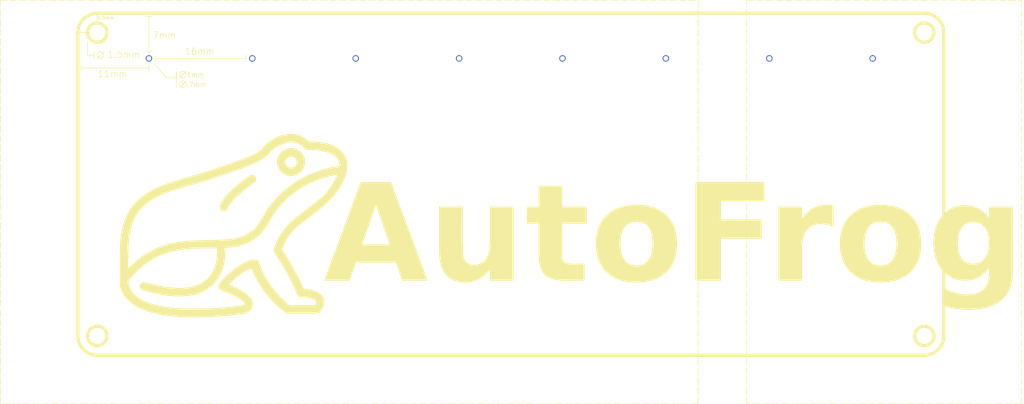
<source format=kicad_pcb>
(kicad_pcb (version 20240108) (generator "pcbnew") (generator_version "8.0")
  (layers (0 "F.Cu" signal) (31 "B.Cu" signal) (34 "B.Paste" user) (35 "F.Paste" user) (36 "B.SilkS" user "B.Silkscreen") (37 "F.SilkS" user "F.Silkscreen") (38 "B.Mask" user) (39 "F.Mask" user) (44 "Edge.Cuts" user))
  (net 0 "")
  (footprint "LOGO" (layer "F.Cu") (at 64.082521 57.907012)
    (property "Reference" "G***" (hide yes))
    (property "Value" "LOGO" (hide yes))
    (fp_poly (pts (xy 2.904065 -7.85964) (xy 2.932784 -7.85698) (xy 3.111761 -7.825968) (xy 3.241803 -7.758081) (xy 3.357092 -7.647772) (xy 3.46645 -7.509514) (xy 3.515688 -7.378279) (xy 3.526358 -7.218158) (xy 3.511394 -7.048589) (xy 3.473673 -6.907672) (xy 3.45345 -6.869155) (xy 3.388603 -6.804936) (xy 3.256054 -6.694119) (xy 3.071532 -6.549159) (xy 2.850765 -6.382509) (xy 2.690148 -6.264734) (xy 1.987579 -5.73911) (xy 1.351569 -5.22947) (xy 0.785954 -4.73963) (xy 0.29457 -4.273407) (xy -0.118748 -3.834618) (xy -0.450164 -3.427078) (xy -0.695842 -3.054604) (xy -0.840832 -2.75157) (xy -0.972742 -2.491483) (xy -1.144965 -2.320041) (xy -1.36882 -2.227876) (xy -1.496099 -2.209196) (xy -1.669034 -2.202605) (xy -1.786144 -2.226354) (xy -1.892089 -2.292056) (xy -1.928225 -2.32156) (xy -2.0809 -2.485472) (xy -2.15489 -2.665894) (xy -2.15479 -2.88443) (xy -2.098285 -3.121476) (xy -1.958338 -3.480914) (xy -1.753798 -3.855055) (xy -1.478474 -4.252891) (xy -1.126174 -4.683413) (xy -0.715493 -5.129898) (xy -0.12728 -5.705672) (xy 0.536909 -6.291719) (xy 1.254936 -6.869662) (xy 2.004662 -7.421128) (xy 2.246014 -7.587889) (xy 2.445002 -7.72097) (xy 2.585377 -7.80492) (xy 2.692062 -7.849504) (xy 2.789983 -7.864489)) (fill solid) (layer "F.SilkS"))
    (fp_poly (pts (xy 9.514234 -11.957913) (xy 9.92654 -11.787808) (xy 10.304769 -11.52922) (xy 10.393946 -11.449283) (xy 10.699446 -11.094137) (xy 10.918239 -10.695863) (xy 11.047808 -10.267801) (xy 11.085632 -9.823291) (xy 11.029193 -9.375671) (xy 10.875971 -8.938282) (xy 10.870375 -8.926545) (xy 10.626776 -8.530069) (xy 10.316104 -8.201489) (xy 9.951194 -7.946779) (xy 9.544882 -7.771912) (xy 9.110002 -7.682862) (xy 8.65939 -7.685603) (xy 8.33573 -7.746873) (xy 7.899539 -7.913427) (xy 7.515986 -8.166241) (xy 7.304931 -8.364224) (xy 7.029294 -8.725897) (xy 6.840188 -9.126451) (xy 6.737046 -9.551364) (xy 6.731304 -9.692051) (xy 8.040743 -9.692051) (xy 8.127468 -9.432856) (xy 8.24345 -9.266259) (xy 8.477461 -9.064817) (xy 8.736737 -8.962051) (xy 9.016871 -8.958918) (xy 9.280911 -9.041042) (xy 9.515863 -9.198508) (xy 9.672014 -9.420571) (xy 9.747694 -9.704758) (xy 9.750802 -9.736857) (xy 9.731574 -10.028289) (xy 9.633061 -10.275866) (xy 9.471312 -10.471585) (xy 9.262378 -10.607446) (xy 9.022308 -10.675448) (xy 8.767153 -10.667589) (xy 8.512963 -10.575869) (xy 8.330184 -10.445049) (xy 8.143423 -10.216118) (xy 8.046502 -9.959128) (xy 8.040743 -9.692051) (xy 6.731304 -9.692051) (xy 6.719303 -9.986113) (xy 6.786393 -10.416175) (xy 6.93775 -10.827026) (xy 7.172808 -11.204145) (xy 7.426194 -11.476738) (xy 7.801179 -11.750961) (xy 8.211323 -11.936062) (xy 8.642779 -12.032168) (xy 9.081698 -12.03941)) (fill solid) (layer "F.SilkS"))
    (fp_poly (pts (xy 9.617195 -14.173229) (xy 10.199376 -14.022995) (xy 10.466265 -13.917776) (xy 10.936935 -13.659494) (xy 11.388048 -13.312704) (xy 11.440059 -13.265641) (xy 11.662211 -13.061159) (xy 12.438376 -13.02461) (xy 13.314306 -12.952412) (xy 14.115959 -12.822258) (xy 14.840902 -12.63494) (xy 15.486702 -12.391248) (xy 16.050929 -12.091972) (xy 16.531148 -11.737904) (xy 16.607283 -11.669521) (xy 16.99743 -11.255428) (xy 17.290318 -10.821722) (xy 17.49045 -10.35837) (xy 17.602331 -9.855339) (xy 17.631405 -9.388207) (xy 17.618518 -8.953627) (xy 17.576526 -8.556161) (xy 17.499405 -8.172837) (xy 17.381134 -7.780685) (xy 17.21569 -7.356732) (xy 16.997051 -6.878009) (xy 16.945411 -6.77163) (xy 16.67161 -6.243515) (xy 16.377823 -5.741789) (xy 16.05714 -5.259216) (xy 15.702651 -4.788562) (xy 15.307445 -4.322594) (xy 14.864612 -3.854078) (xy 14.367243 -3.375778) (xy 13.808426 -2.880463) (xy 13.181253 -2.360896) (xy 12.478812 -1.809844) (xy 11.694193 -1.220074) (xy 11.519787 -1.09169) (xy 10.896023 -0.623419) (xy 10.353483 -0.192149) (xy 9.882301 0.211486) (xy 9.472609 0.59685) (xy 9.11454 0.973308) (xy 8.798226 1.350226) (xy 8.5138 1.736968) (xy 8.467036 1.805663) (xy 8.302836 2.071182) (xy 8.122818 2.397579) (xy 7.944211 2.750475) (xy 7.784248 3.095491) (xy 7.660158 3.398248) (xy 7.638019 3.459681) (xy 7.545601 3.725196) (xy 7.731021 4.00446) (xy 8.0185 4.44781) (xy 8.323003 4.936189) (xy 8.637669 5.457207) (xy 8.955632 5.998476) (xy 9.270029 6.547606) (xy 9.573995 7.092209) (xy 9.860666 7.619895) (xy 10.123179 8.118276) (xy 10.354669 8.574962) (xy 10.548272 8.977564) (xy 10.697124 9.313693) (xy 10.758712 9.469174) (xy 10.81827 9.613885) (xy 10.869948 9.713884) (xy 10.890083 9.738515) (xy 10.956442 9.755893) (xy 11.097792 9.780344) (xy 11.287562 9.807439) (xy 11.355239 9.816075) (xy 11.977027 9.921762) (xy 12.525362 10.074031) (xy 12.99691 10.270085) (xy 13.388335 10.507127) (xy 13.696304 10.782361) (xy 13.917479 11.092988) (xy 14.048528 11.436212) (xy 14.086115 11.809235) (xy 14.056026 12.081427) (xy 13.977962 12.368473) (xy 13.857355 12.666581) (xy 13.706796 12.954838) (xy 13.538875 13.21233) (xy 13.366182 13.418146) (xy 13.201306 13.551372) (xy 13.158173 13.572853) (xy 13.099412 13.590463) (xy 13.009181 13.605117) (xy 12.878924 13.617058) (xy 12.700084 13.626532) (xy 12.464102 13.633783) (xy 12.162423 13.639055) (xy 11.786489 13.642592) (xy 11.327744 13.644638) (xy 10.77763 13.645439) (xy 10.614308 13.645473) (xy 10.060922 13.645393) (xy 9.600304 13.644873) (xy 9.223008 13.643493) (xy 8.919586 13.640832) (xy 8.680594 13.636468) (xy 8.496585 13.629982) (xy 8.358113 13.620953) (xy 8.255733 13.60896) (xy 8.179998 13.593583) (xy 8.121462 13.5744) (xy 8.070679 13.550992) (xy 8.032133 13.530483) (xy 7.853936 13.413911) (xy 7.620557 13.230804) (xy 7.343292 12.992269) (xy 7.033441 12.709409) (xy 6.702302 12.393329) (xy 6.361172 12.055135) (xy 6.021351 11.705931) (xy 5.694137 11.356822) (xy 5.390827 11.018912) (xy 5.122721 10.703307) (xy 4.999398 10.54969) (xy 4.361435 9.677635) (xy 3.805214 8.795893) (xy 3.337007 7.915167) (xy 2.994948 7.129376) (xy 2.910311 6.915955) (xy 2.839018 6.775972) (xy 2.761734 6.704107) (xy 2.659124 6.695042) (xy 2.511853 6.743456) (xy 2.300585 6.844031) (xy 2.179302 6.904981) (xy 1.46391 7.315624) (xy 0.763352 7.820565) (xy 0.600827 7.954495) (xy 0.408134 8.120566) (xy 0.199281 8.30583) (xy -0.011724 8.497338) (xy -0.210874 8.682144) (xy -0.384159 8.847297) (xy -0.517572 8.97985) (xy -0.597106 9.066856) (xy -0.61328 9.093055) (xy -0.569613 9.130474) (xy -0.4544 9.192463) (xy -0.291325 9.266456) (xy -0.26831 9.276108) (xy 0.324677 9.541638) (xy 0.88153 9.828502) (xy 1.392483 10.129826) (xy 1.847767 10.438737) (xy 2.237616 10.748361) (xy 2.55226 11.051826) (xy 2.781933 11.342258) (xy 2.860528 11.477797) (xy 2.962488 11.762174) (xy 3.010087 12.079508) (xy 3.001305 12.392426) (xy 2.934121 12.663556) (xy 2.925714 12.683338) (xy 2.727114 13.012297) (xy 2.436232 13.306832) (xy 2.236346 13.455179) (xy 2.140931 13.517065) (xy 2.052052 13.565393) (xy 1.953031 13.604209) (xy 1.827187 13.637558) (xy 1.657839 13.669485) (xy 1.428309 13.704034) (xy 1.121917 13.745251) (xy 0.945473 13.768225) (xy 0.209879 13.857625) (xy -0.589862 13.944198) (xy -1.415689 14.024276) (xy -2.229541 14.094189) (xy -2.993355 14.150267) (xy -3.066398 14.155029) (xy -3.464138 14.176541) (xy -3.930234 14.194958) (xy -4.445639 14.210072) (xy -4.991302 14.221676) (xy -5.548175 14.229562) (xy -6.097209 14.233524) (xy -6.619354 14.233352) (xy -7.095562 14.228841) (xy -7.506783 14.219782) (xy -7.819316 14.206807) (xy -9.113566 14.109043) (xy -10.316557 13.966572) (xy -11.429039 13.779207) (xy -12.451763 13.546759) (xy -13.385478 13.269042) (xy -14.230936 12.945866) (xy -14.988885 12.577044) (xy -15.470673 12.289734) (xy -15.742928 12.093303) (xy -16.037335 11.847541) (xy -16.333528 11.572552) (xy -16.61114 11.288442) (xy -16.849805 11.015316) (xy -17.029157 10.773279) (xy -17.064479 10.716363) (xy -17.157848 10.537024) (xy -17.265558 10.298467) (xy -17.370894 10.038854) (xy -17.422225 9.899602) (xy -17.606237 9.378068) (xy -17.606142 8.636801) (xy -16.268079 8.636801) (xy -16.185123 9.057873) (xy -16.029719 9.588649) (xy -15.780351 10.080161) (xy -15.436973 10.532431) (xy -14.999536 10.945482) (xy -14.467995 11.319337) (xy -13.842303 11.654017) (xy -13.122412 11.949546) (xy -12.308275 12.205945) (xy -11.399846 12.423239) (xy -10.397077 12.601448) (xy -9.299921 12.740595) (xy -8.330382 12.825522) (xy -8.063824 12.839169) (xy -7.710233 12.848952) (xy -7.28471 12.855056) (xy -6.802357 12.85766) (xy -6.278273 12.856948) (xy -5.72756 12.8531) (xy -5.165319 12.846299) (xy -4.60665 12.836725) (xy -4.066654 12.824562) (xy -3.560432 12.809991) (xy -3.103085 12.793192) (xy -2.709713 12.774349) (xy -2.402012 12.754168) (xy -1.754342 12.700253) (xy -1.138145 12.643815) (xy -0.561378 12.585872) (xy -0.031998 12.527445) (xy 0.442039 12.469553) (xy 0.852778 12.413214) (xy 1.192261 12.359449) (xy 1.452532 12.309275) (xy 1.625636 12.263714) (xy 1.698927 12.228812) (xy 1.767325 12.149631) (xy 1.775991 12.071968) (xy 1.71835 11.9748) (xy 1.587833 11.837103) (xy 1.571529 11.821271) (xy 1.313788 11.606179) (xy 0.969258 11.372001) (xy 0.55011 11.125229) (xy 0.068517 10.872354) (xy -0.463348 10.619871) (xy -1.033315 10.37427) (xy -1.452117 10.20852) (xy -1.772216 10.082352) (xy -2.007613 9.976343) (xy -2.17101 9.879675) (xy -2.27511 9.781525) (xy -2.332616 9.671074) (xy -2.35623 9.537501) (xy -2.359423 9.435636) (xy -2.354294 9.320057) (xy -2.333219 9.213997) (xy -2.287662 9.104874) (xy -2.209091 8.980109) (xy -2.08897 8.827122) (xy -1.918765 8.633331) (xy -1.689943 8.386157) (xy -1.538574 8.225605) (xy -0.924534 7.611198) (xy -0.298029 7.050696) (xy 0.328888 6.553469) (xy 0.944165 6.128886) (xy 1.535749 5.786318) (xy 1.712072 5.698418) (xy 2.186153 5.491397) (xy 2.617827 5.342507) (xy 2.998843 5.25349) (xy 3.320947 5.22609) (xy 3.575886 5.262047) (xy 3.64746 5.2898) (xy 3.735897 5.3346) (xy 3.804847 5.383655) (xy 3.863033 5.452853) (xy 3.919179 5.558085) (xy 3.98201 5.715242) (xy 4.06025 5.940213) (xy 4.145452 6.196825) (xy 4.456831 7.002656) (xy 4.86137 7.821883) (xy 5.352541 8.645312) (xy 5.923817 9.46375) (xy 6.568671 10.268002) (xy 7.280577 11.048877) (xy 8.053008 11.797179) (xy 8.24127 11.966128) (xy 8.637671 12.3167) (xy 10.633379 12.3167) (xy 12.629088 12.3167) (xy 12.731431 12.085335) (xy 12.786728 11.926158) (xy 12.806851 11.793312) (xy 12.801827 11.753309) (xy 12.717081 11.637902) (xy 12.545522 11.522942) (xy 12.302474 11.412851) (xy 12.003259 11.312054) (xy 11.6632 11.224973) (xy 11.297621 11.156031) (xy 10.921844 11.109652) (xy 10.551193 11.090259) (xy 10.503755 11.08995) (xy 10.228833 11.050167) (xy 10.008481 10.936414) (xy 9.856591 10.756419) (xy 9.838658 10.719968) (xy 9.789488 10.601456) (xy 9.717113 10.416054) (xy 9.632844 10.19308) (xy 9.577256 10.042455) (xy 9.412899 9.633498) (xy 9.193554 9.152448) (xy 8.924863 8.609501) (xy 8.612467 8.014853) (xy 8.26201 7.3787) (xy 7.879133 6.711238) (xy 7.469478 6.022663) (xy 7.038689 5.323172) (xy 6.592406 4.62296) (xy 6.498078 4.47805) (xy 6.356478 4.243837) (xy 6.270176 4.043552) (xy 6.236917 3.850162) (xy 6.254448 3.636632) (xy 6.320514 3.375926) (xy 6.38879 3.167271) (xy 6.681874 2.415285) (xy 7.030035 1.718027) (xy 7.450904 1.042042) (xy 7.673442 0.72947) (xy 7.904349 0.428147) (xy 8.143973 0.140212) (xy 8.401156 -0.142338) (xy 8.684741 -0.427507) (xy 9.003571 -0.723297) (xy 9.366488 -1.037712) (xy 9.782334 -1.378754) (xy 10.259953 -1.754428) (xy 10.808186 -2.172736) (xy 11.225169 -2.485129) (xy 11.855135 -2.959263) (xy 12.407753 -3.386927) (xy 12.89186 -3.776608) (xy 13.316288 -4.136796) (xy 13.689871 -4.475979) (xy 14.021444 -4.802646) (xy 14.31984 -5.125285) (xy 14.593894 -5.452385) (xy 14.852438 -5.792434) (xy 15.104308 -6.153921) (xy 15.210574 -6.31471) (xy 15.343289 -6.527421) (xy 15.485134 -6.769976) (xy 15.626423 -7.023948) (xy 15.757468 -7.270907) (xy 15.868582 -7.492427) (xy 15.950079 -7.670078) (xy 15.992272 -7.785434) (xy 15.995984 -7.808855) (xy 15.984761 -7.838087) (xy 15.942575 -7.85189) (xy 15.857302 -7.848525) (xy 15.716818 -7.826251) (xy 15.508999 -7.783326) (xy 15.22172 -7.718012) (xy 14.999799 -7.665844) (xy 13.79987 -7.332282) (xy 12.648397 -6.912252) (xy 11.548957 -6.408045) (xy 10.505129 -5.821953) (xy 9.520492 -5.156267) (xy 8.598624 -4.413279) (xy 7.743103 -3.595281) (xy 6.957507 -2.704565) (xy 6.661327 -2.325352) (xy 6.403662 -1.965068) (xy 6.119306 -1.535012) (xy 5.82316 -1.058783) (xy 5.530123 -0.559977) (xy 5.396162 -0.321659) (xy 4.930957 0.426614) (xy 4.411049 1.0901) (xy 3.837474 1.667868) (xy 3.211271 2.158991) (xy 2.533477 2.562538) (xy 1.836143 2.866354) (xy 1.352118 3.026121) (xy 0.836675 3.161681) (xy 0.271571 3.276822) (xy -0.361435 3.375333) (xy -0.971026 3.449313) (xy -1.252113 3.47985) (xy -1.261445 4.231373) (xy -1.315342 5.134219) (xy -1.453539 5.983828) (xy -1.675397 6.778478) (xy -1.980281 7.516446) (xy -2.367553 8.196011) (xy -2.836576 8.815449) (xy -3.038665 9.037385) (xy -3.540426 9.511553) (xy -4.071595 9.912734) (xy -4.641067 10.244327) (xy -5.257737 10.509734) (xy -5.930502 10.712356) (xy -6.668255 10.855593) (xy -7.479894 10.942847) (xy -8.100402 10.972532) (xy -8.702224 10.978536) (xy -9.267895 10.961359) (xy -9.827854 10.91842) (xy -10.412542 10.847133) (xy -11.052401 10.744917) (xy -11.294567 10.701438) (xy -11.569556 10.647373) (xy -11.890937 10.578473) (xy -12.242391 10.498811) (xy -12.607597 10.412463) (xy -12.970237 10.323501) (xy -13.31399 10.236) (xy -13.622538 10.154035) (xy -13.879559 10.081678) (xy -14.068736 10.023004) (xy -14.171576 9.983225) (xy -14.354029 9.838685) (xy -14.464609 9.64569) (xy -14.504319 9.427454) (xy -14.474165 9.207188) (xy -14.375153 9.008105) (xy -14.208289 8.853418) (xy -14.12069 8.8083) (xy -14.046091 8.77917) (xy -13.974146 8.760321) (xy -13.89144 8.753789) (xy -13.784563 8.761611) (xy -13.640101 8.785824) (xy -13.444641 8.828463) (xy -13.184771 8.891567) (xy -12.847078 8.97717) (xy -12.613088 9.037209) (xy -11.459548 9.304816) (xy -10.374597 9.497168) (xy -9.358305 9.614271) (xy -8.410744 9.656132) (xy -7.531983 9.622757) (xy -6.722091 9.514153) (xy -5.981141 9.330326) (xy -5.3092 9.071282) (xy -4.706341 8.737028) (xy -4.172632 8.327571) (xy -4.096511 8.257757) (xy -3.686839 7.806519) (xy -3.331381 7.277368) (xy -3.036527 6.682729) (xy -2.808665 6.035023) (xy -2.683278 5.509998) (xy -2.646016 5.280964) (xy -2.611224 5.003803) (xy -2.580666 4.701672) (xy -2.556109 4.397727) (xy -2.539317 4.115125) (xy -2.532055 3.877021) (xy -2.53609 3.706572) (xy -2.542088 3.657974) (xy -2.569673 3.513671) (xy -4.517331 3.54171) (xy -5.117958 3.551505) (xy -5.632035 3.562836) (xy -6.075224 3.576656) (xy -6.463189 3.593918) (xy -6.81159 3.615575) (xy -7.13609 3.642582) (xy -7.452352 3.67589) (xy -7.776036 3.716454) (xy -8.074849 3.758241) (xy -9.205685 3.967999) (xy -10.278517 4.261507) (xy -11.295628 4.639974) (xy -12.259302 5.104609) (xy -13.171821 5.656621) (xy -14.035471 6.297219) (xy -14.852533 7.027613) (xy -15.472372 7.675379) (xy -15.669429 7.897735) (xy -15.851764 8.107663) (xy -16.003955 8.2871) (xy -16.110574 8.41798) (xy -16.142006 8.459611) (xy -16.268079 8.636801) (xy -17.606142 8.636801) (xy -17.605834 6.23501) (xy -17.605456 5.921729) (xy -16.299056 5.921729) (xy -16.298178 6.18714) (xy -16.294343 6.387397) (xy -16.287294 6.509334) (xy -16.279055 6.54165) (xy -16.22931 6.508113) (xy -16.121252 6.416248) (xy -15.969663 6.279178) (xy -15.789324 6.110022) (xy -15.744318 6.066982) (xy -14.926162 5.339827) (xy -14.061117 4.687385) (xy -13.834713 4.533542) (xy -13.539995 4.347662) (xy -13.1919 4.144525) (xy -12.817159 3.938367) (xy -12.442505 3.743423) (xy -12.094671 3.573929) (xy -11.800388 3.444119) (xy -11.754527 3.425816) (xy -11.044989 3.163608) (xy -10.361951 2.944359) (xy -9.681855 2.762687) (xy -8.981144 2.61321) (xy -8.23626 2.490545) (xy -7.423645 2.389309) (xy -7.052716 2.351523) (xy -6.887891 2.339554) (xy -6.634376 2.326253) (xy -6.305677 2.312101) (xy -5.915302 2.297581) (xy -5.476758 2.283174) (xy -5.003552 2.269364) (xy -4.50919 2.256632) (xy -4.190744 2.249333) (xy -3.397768 2.230569) (xy -2.697785 2.210283) (xy -2.081577 2.187443) (xy -1.539923 2.161017) (xy -1.063605 2.129971) (xy -0.643405 2.093273) (xy -0.270103 2.04989) (xy 0.06552 1.998789) (xy 0.372683 1.938937) (xy 0.660604 1.869302) (xy 0.938503 1.788851) (xy 1.215599 1.69655) (xy 1.425085 1.620188) (xy 2.073234 1.323507) (xy 2.668213 0.940167) (xy 3.210548 0.469703) (xy 3.700764 -0.088351) (xy 4.139387 -0.734459) (xy 4.196168 -0.831034) (xy 4.318301 -1.042277) (xy 4.467644 -1.300372) (xy 4.620136 -1.563746) (xy 4.691261 -1.686519) (xy 5.293875 -2.631716) (xy 5.98594 -3.546884) (xy 6.756416 -4.420678) (xy 7.594264 -5.241754) (xy 8.488443 -5.998769) (xy 9.427913 -6.680376) (xy 9.761368 -6.8965) (xy 10.749384 -7.46396) (xy 11.804944 -7.970155) (xy 12.90903 -8.408177) (xy 14.042626 -8.771118) (xy 15.186714 -9.05207) (xy 16.166752 -9.223162) (xy 16.413785 -9.257847) (xy 16.3779 -9.522384) (xy 16.303723 -9.884112) (xy 16.180236 -10.181138) (xy 15.991293 -10.445447) (xy 15.826992 -10.613674) (xy 15.442962 -10.909192) (xy 14.972638 -11.161135) (xy 14.423086 -11.367533) (xy 13.801375 -11.526415) (xy 13.114572 -11.635811) (xy 12.369746 -11.693752) (xy 11.918982 -11.703001) (xy 11.595072 -11.709837) (xy 11.351789 -11.734323) (xy 11.168125 -11.783235) (xy 11.023075 -11.863347) (xy 10.895632 -11.981436) (xy 10.835423 -12.052506) (xy 10.512974 -12.374414) (xy 10.126481 -12.626329) (xy 9.691035 -12.802951) (xy 9.221729 -12.898978) (xy 8.733654 -12.909108) (xy 8.481506 -12.879349) (xy 8.003447 -12.76437) (xy 7.502759 -12.580772) (xy 7.001717 -12.341193) (xy 6.522596 -12.058272) (xy 6.08767 -11.744648) (xy 5.719214 -11.41296) (xy 5.538339 -11.209319) (xy 5.322668 -10.960489) (xy 5.085319 -10.730193) (xy 4.815513 -10.51167) (xy 4.502467 -10.298162) (xy 4.135401 -10.082909) (xy 3.703533 -9.85915) (xy 3.196082 -9.620127) (xy 2.602267 -9.35908) (xy 2.555332 -9.339015) (xy 1.986948 -9.105074) (xy 1.330444 -8.850093) (xy 0.596885 -8.577733) (xy -0.202667 -8.291656) (xy -1.057147 -7.995525) (xy -1.955492 -7.693002) (xy -2.886637 -7.387749) (xy -3.83952 -7.083427) (xy -4.803077 -6.783699) (xy -5.766243 -6.492227) (xy -6.717955 -6.212673) (xy -7.647149 -5.948699) (xy -7.895976 -5.879678) (xy -8.981536 -5.56094) (xy -9.97012 -5.229266) (xy -10.866485 -4.881616) (xy -11.675387 -4.514948) (xy -12.401584 -4.126219) (xy -13.049833 -3.712389) (xy -13.624891 -3.270417) (xy -14.131514 -2.79726) (xy -14.57446 -2.289877) (xy -14.958486 -1.745227) (xy -15.288349 -1.160269) (xy -15.293546 -1.149899) (xy -15.529429 -0.622888) (xy -15.729451 -0.052637) (xy -15.896582 0.573044) (xy -16.033788 1.266348) (xy -16.144038 2.039467) (xy -16.201738 2.580885) (xy -16.216295 2.773657) (xy -16.230465 3.032943) (xy -16.243992 3.345576) (xy -16.256617 3.69839) (xy -16.268085 4.078218) (xy -16.278137 4.471892) (xy -16.286518 4.866248) (xy -16.292969 5.248117) (xy -16.297234 5.604333) (xy -16.299056 5.921729) (xy -17.605456 5.921729) (xy -17.60492 5.478314) (xy -17.602026 4.813723) (xy -17.596611 4.231139) (xy -17.588133 3.720462) (xy -17.576052 3.271595) (xy -17.559828 2.87444) (xy -17.538919 2.518897) (xy -17.512785 2.194869) (xy -17.480884 1.892257) (xy -17.442676 1.600964) (xy -17.397621 1.310889) (xy -17.345177 1.011936) (xy -17.318452 0.868813) (xy -17.096322 -0.095203) (xy -16.807925 -0.98434) (xy -16.449711 -1.803284) (xy -16.018133 -2.556716) (xy -15.509642 -3.249319) (xy -14.920689 -3.885776) (xy -14.247726 -4.470771) (xy -13.487203 -5.008986) (xy -12.635572 -5.505105) (xy -12.39336 -5.630522) (xy -12.036354 -5.806584) (xy -11.683926 -5.970453) (xy -11.324723 -6.126197) (xy -10.947387 -6.277884) (xy -10.540565 -6.429581) (xy -10.0929 -6.585356) (xy -9.593038 -6.749275) (xy -9.029624 -6.925407) (xy -8.391301 -7.117819) (xy -7.666716 -7.330578) (xy -7.563783 -7.360468) (xy -6.569184 -7.653575) (xy -5.563156 -7.958889) (xy -4.556506 -8.272763) (xy -3.560043 -8.591546) (xy -2.584574 -8.911589) (xy -1.640908 -9.229245) (xy -0.739852 -9.540863) (xy 0.107784 -9.842795) (xy 0.891193 -10.131392) (xy 1.599567 -10.403004) (xy 2.222097 -10.653984) (xy 2.349197 -10.707223) (xy 2.83698 -10.917607) (xy 3.238376 -11.101538) (xy 3.563883 -11.26514) (xy 3.823997 -11.414539) (xy 4.029213 -11.555859) (xy 4.19003 -11.695225) (xy 4.316942 -11.838761) (xy 4.33905 -11.868329) (xy 4.587196 -12.169497) (xy 4.901205 -12.489389) (xy 5.254402 -12.803325) (xy 5.620111 -13.086624) (xy 5.760652 -13.183665) (xy 6.409337 -13.567882) (xy 7.065608 -13.865937) (xy 7.721998 -14.076664) (xy 8.371038 -14.198898) (xy 9.00526 -14.231475)) (fill solid) (layer "F.SilkS"))
  )
  (gr_line (start 40 75) (end 40 28) (stroke (width 0.5)) (layer "F.SilkS"))
  (gr_line (start 43 25) (end 171 25) (stroke (width 0.5)) (layer "F.SilkS"))
  (gr_circle (center 43.5 31.5) (end 44 31.5) (stroke (width 0.1)) (fill none) (layer "F.SilkS"))
  (gr_line (start 55.25 34) (end 55.25 36.5) (stroke (width 0.1)) (layer "F.SilkS"))
  (gr_line (start 171 78) (end 43 78) (stroke (width 0.5)) (layer "F.SilkS"))
  (gr_line (start 51 33) (end 51 34) (stroke (width 0.1)) (layer "F.SilkS"))
  (gr_line (start 43 26.5) (end 43 25) (stroke (width 0.1)) (layer "F.SilkS"))
  (gr_line (start 51 31) (end 51 25.5) (stroke (width 0.1)) (layer "F.SilkS"))
  (gr_line (start 41.5 31.5) (end 42.5 31.5) (stroke (width 0.1)) (layer "F.SilkS"))
  (gr_line (start 53.75 35) (end 55.25 35) (stroke (width 0.1)) (layer "F.SilkS"))
  (gr_line (start 42.5 31) (end 42.5 32) (stroke (width 0.1)) (layer "F.SilkS"))
  (gr_rect (start 143.5 23) (end 186 85.5) (stroke (width 0.1) (type dash)) (fill none) (layer "F.SilkS"))
  (gr_circle (center 43 28) (end 44.5 28) (stroke (width 0.5)) (fill none) (layer "F.SilkS"))
  (gr_line (start 44 31) (end 43 32) (stroke (width 0.1)) (layer "F.SilkS"))
  (gr_line (start 40.5 33) (end 40.5 34) (stroke (width 0.1)) (layer "F.SilkS"))
  (gr_line (start 52 32) (end 66 32) (stroke (width 0.1)) (layer "F.SilkS"))
  (gr_arc (start 174 75) (mid 173.12132 77.12132) (end 171 78) (stroke (width 0.5)) (layer "F.SilkS"))
  (gr_circle (center 43 75) (end 41.5 75) (stroke (width 0.1)) (fill none) (layer "F.SilkS"))
  (gr_line (start 41.5 28) (end 40 28) (stroke (width 0.1)) (layer "F.SilkS"))
  (gr_line (start 51 33.5) (end 51 33) (stroke (width 0.1)) (layer "F.SilkS"))
  (gr_line (start 41.5 29.5) (end 41.5 31.5) (stroke (width 0.1)) (layer "F.SilkS"))
  (gr_circle (center 171 75) (end 172.5 75) (stroke (width 0.5)) (fill none) (layer "F.SilkS"))
  (gr_line (start 56.75 34) (end 55.75 35) (stroke (width 0.1)) (layer "F.SilkS"))
  (gr_circle (center 56.25 34.5) (end 56.75 34.5) (stroke (width 0.1)) (fill none) (layer "F.SilkS"))
  (gr_line (start 56.75 35.5) (end 55.75 36.5) (stroke (width 0.1)) (layer "F.SilkS"))
  (gr_circle (center 56.25 36) (end 56.75 36) (stroke (width 0.1)) (fill none) (layer "F.SilkS"))
  (gr_circle (center 171 28) (end 172.5 28) (stroke (width 0.5)) (fill none) (layer "F.SilkS"))
  (gr_rect (start 28 23) (end 136 85.5) (stroke (width 0.1) (type dash)) (fill none) (layer "F.SilkS"))
  (gr_circle (center 171 75) (end 169.5 75) (stroke (width 0.1)) (fill none) (layer "F.SilkS"))
  (gr_line (start 50.5 31) (end 51.5 31) (stroke (width 0.1)) (layer "F.SilkS"))
  (gr_circle (center 43 75) (end 44.5 75) (stroke (width 0.5)) (fill none) (layer "F.SilkS"))
  (gr_line (start 51 33.5) (end 40.5 33.5) (stroke (width 0.1)) (layer "F.SilkS"))
  (gr_arc (start 40 28) (mid 40.87868 25.87868) (end 43 25) (stroke (width 0.5)) (layer "F.SilkS"))
  (gr_line (start 55.25 35) (end 55.25 34) (stroke (width 0.1)) (layer "F.SilkS"))
  (gr_arc (start 43 78) (mid 40.87868 77.12132) (end 40 75) (stroke (width 0.5)) (layer "F.SilkS"))
  (gr_line (start 66 31.5) (end 66 32.5) (stroke (width 0.1)) (layer "F.SilkS"))
  (gr_line (start 52 31.5) (end 52 32.5) (stroke (width 0.1)) (layer "F.SilkS"))
  (gr_line (start 52 33) (end 53.75 35) (stroke (width 0.1)) (layer "F.SilkS"))
  (gr_arc (start 171 25) (mid 173.12132 25.87868) (end 174 28) (stroke (width 0.5)) (layer "F.SilkS"))
  (gr_circle (center 171 28) (end 172.5 28) (stroke (width 0.1)) (fill none) (layer "F.SilkS"))
  (gr_line (start 174 28) (end 174 75) (stroke (width 0.5)) (layer "F.SilkS"))
  (gr_line (start 50.5 25.5) (end 51.5 25.5) (stroke (width 0.1)) (layer "F.SilkS"))
  (gr_text "1.5mm\n" (at 43 26 0) (layer "F.SilkS") (effects (font (size 0.5 0.5) (thickness 0.1)) (justify left bottom)))
  (gr_text "1.5mm\n" (at 44.5 32 0) (layer "F.SilkS") (effects (font (size 1 1) (thickness 0.1)) (justify left bottom)))
  (gr_text "7mm\n" (at 51.5 29 0) (layer "F.SilkS") (effects (font (size 1 1) (thickness 0.1)) (justify left bottom)))
  (gr_text "AutoFrog" (at 78 69 0) (layer "F.SilkS") (effects (font (size 15 15) (thickness 2) (bold yes)) (justify left bottom)))
  (gr_text "1mm\n" (at 56.75 35 0) (layer "F.SilkS") (effects (font (size 0.75 0.75) (thickness 0.1)) (justify left bottom)))
  (gr_text "11mm\n" (at 43 35 0) (layer "F.SilkS") (effects (font (size 1 1) (thickness 0.1)) (justify left bottom)))
  (gr_text ".7mm\n" (at 56.75 36.5 0) (layer "F.SilkS") (effects (font (size 0.75 0.75) (thickness 0.1)) (justify left bottom)))
  (gr_text "16mm\n" (at 56.5 31.5 0) (layer "F.SilkS") (effects (font (size 1 1) (thickness 0.1)) (justify left bottom)))
  (via (at 163 32) (size 1) (drill 0.7) (layers "F.Cu" "B.Cu") (net 0))
  (via (at 131 32) (size 1) (drill 0.7) (layers "F.Cu" "B.Cu") (net 0))
  (via (at 99 32) (size 1) (drill 0.7) (layers "F.Cu" "B.Cu") (net 0))
  (via (at 67 32) (size 1) (drill 0.7) (layers "F.Cu" "B.Cu") (net 0))
  (via (at 83 32) (size 1) (drill 0.7) (layers "F.Cu" "B.Cu") (net 0))
  (via (at 51 32) (size 1) (drill 0.7) (layers "F.Cu" "B.Cu") (net 0))
  (via (at 147 32) (size 1) (drill 0.7) (layers "F.Cu" "B.Cu") (net 0))
  (via (at 115 32) (size 1) (drill 0.7) (layers "F.Cu" "B.Cu") (net 0))
)
</source>
